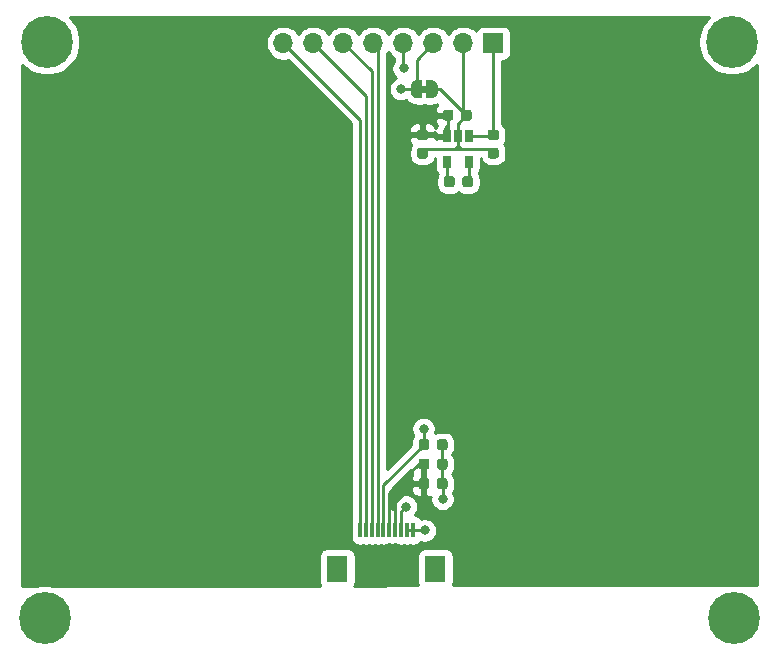
<source format=gbr>
%TF.GenerationSoftware,KiCad,Pcbnew,5.1.7-a382d34a8~88~ubuntu20.04.1*%
%TF.CreationDate,2020-12-22T17:38:33+00:00*%
%TF.ProjectId,DisplayBreakoutBoard,44697370-6c61-4794-9272-65616b6f7574,v1*%
%TF.SameCoordinates,Original*%
%TF.FileFunction,Copper,L1,Top*%
%TF.FilePolarity,Positive*%
%FSLAX46Y46*%
G04 Gerber Fmt 4.6, Leading zero omitted, Abs format (unit mm)*
G04 Created by KiCad (PCBNEW 5.1.7-a382d34a8~88~ubuntu20.04.1) date 2020-12-22 17:38:33*
%MOMM*%
%LPD*%
G01*
G04 APERTURE LIST*
%TA.AperFunction,EtchedComponent*%
%ADD10C,0.100000*%
%TD*%
%TA.AperFunction,ComponentPad*%
%ADD11C,0.700000*%
%TD*%
%TA.AperFunction,ComponentPad*%
%ADD12C,4.400000*%
%TD*%
%TA.AperFunction,SMDPad,CuDef*%
%ADD13R,0.650000X1.060000*%
%TD*%
%TA.AperFunction,ComponentPad*%
%ADD14R,1.700000X1.700000*%
%TD*%
%TA.AperFunction,ComponentPad*%
%ADD15O,1.700000X1.700000*%
%TD*%
%TA.AperFunction,SMDPad,CuDef*%
%ADD16R,1.800000X2.200000*%
%TD*%
%TA.AperFunction,SMDPad,CuDef*%
%ADD17R,0.300000X1.300000*%
%TD*%
%TA.AperFunction,SMDPad,CuDef*%
%ADD18C,0.100000*%
%TD*%
%TA.AperFunction,ViaPad*%
%ADD19C,0.800000*%
%TD*%
%TA.AperFunction,Conductor*%
%ADD20C,0.250000*%
%TD*%
%TA.AperFunction,Conductor*%
%ADD21C,0.254000*%
%TD*%
%TA.AperFunction,Conductor*%
%ADD22C,0.100000*%
%TD*%
G04 APERTURE END LIST*
D10*
%TO.C,JP1*%
G36*
X63200000Y-38450000D02*
G01*
X62700000Y-38450000D01*
X62700000Y-39050000D01*
X63200000Y-39050000D01*
X63200000Y-38450000D01*
G37*
%TD*%
D11*
%TO.P,H4,1*%
%TO.N,N/C*%
X90316726Y-82383274D03*
X89150000Y-81900000D03*
X87983274Y-82383274D03*
X87500000Y-83550000D03*
X87983274Y-84716726D03*
X89150000Y-85200000D03*
X90316726Y-84716726D03*
X90800000Y-83550000D03*
D12*
X89150000Y-83550000D03*
%TD*%
%TO.P,C1,1*%
%TO.N,/GND*%
%TA.AperFunction,SMDPad,CuDef*%
G36*
G01*
X69050000Y-44625000D02*
X68550000Y-44625000D01*
G75*
G02*
X68325000Y-44400000I0J225000D01*
G01*
X68325000Y-43950000D01*
G75*
G02*
X68550000Y-43725000I225000J0D01*
G01*
X69050000Y-43725000D01*
G75*
G02*
X69275000Y-43950000I0J-225000D01*
G01*
X69275000Y-44400000D01*
G75*
G02*
X69050000Y-44625000I-225000J0D01*
G01*
G37*
%TD.AperFunction*%
%TO.P,C1,2*%
%TO.N,/3V3*%
%TA.AperFunction,SMDPad,CuDef*%
G36*
G01*
X69050000Y-43075000D02*
X68550000Y-43075000D01*
G75*
G02*
X68325000Y-42850000I0J225000D01*
G01*
X68325000Y-42400000D01*
G75*
G02*
X68550000Y-42175000I225000J0D01*
G01*
X69050000Y-42175000D01*
G75*
G02*
X69275000Y-42400000I0J-225000D01*
G01*
X69275000Y-42850000D01*
G75*
G02*
X69050000Y-43075000I-225000J0D01*
G01*
G37*
%TD.AperFunction*%
%TD*%
%TO.P,C2,2*%
%TO.N,/5V*%
%TA.AperFunction,SMDPad,CuDef*%
G36*
G01*
X63050000Y-43075000D02*
X62550000Y-43075000D01*
G75*
G02*
X62325000Y-42850000I0J225000D01*
G01*
X62325000Y-42400000D01*
G75*
G02*
X62550000Y-42175000I225000J0D01*
G01*
X63050000Y-42175000D01*
G75*
G02*
X63275000Y-42400000I0J-225000D01*
G01*
X63275000Y-42850000D01*
G75*
G02*
X63050000Y-43075000I-225000J0D01*
G01*
G37*
%TD.AperFunction*%
%TO.P,C2,1*%
%TO.N,/GND*%
%TA.AperFunction,SMDPad,CuDef*%
G36*
G01*
X63050000Y-44625000D02*
X62550000Y-44625000D01*
G75*
G02*
X62325000Y-44400000I0J225000D01*
G01*
X62325000Y-43950000D01*
G75*
G02*
X62550000Y-43725000I225000J0D01*
G01*
X63050000Y-43725000D01*
G75*
G02*
X63275000Y-43950000I0J-225000D01*
G01*
X63275000Y-44400000D01*
G75*
G02*
X63050000Y-44625000I-225000J0D01*
G01*
G37*
%TD.AperFunction*%
%TD*%
%TO.P,C3,1*%
%TO.N,/5V*%
%TA.AperFunction,SMDPad,CuDef*%
G36*
G01*
X64525000Y-41200000D02*
X64525000Y-40700000D01*
G75*
G02*
X64750000Y-40475000I225000J0D01*
G01*
X65200000Y-40475000D01*
G75*
G02*
X65425000Y-40700000I0J-225000D01*
G01*
X65425000Y-41200000D01*
G75*
G02*
X65200000Y-41425000I-225000J0D01*
G01*
X64750000Y-41425000D01*
G75*
G02*
X64525000Y-41200000I0J225000D01*
G01*
G37*
%TD.AperFunction*%
%TO.P,C3,2*%
%TO.N,/GND*%
%TA.AperFunction,SMDPad,CuDef*%
G36*
G01*
X66075000Y-41200000D02*
X66075000Y-40700000D01*
G75*
G02*
X66300000Y-40475000I225000J0D01*
G01*
X66750000Y-40475000D01*
G75*
G02*
X66975000Y-40700000I0J-225000D01*
G01*
X66975000Y-41200000D01*
G75*
G02*
X66750000Y-41425000I-225000J0D01*
G01*
X66300000Y-41425000D01*
G75*
G02*
X66075000Y-41200000I0J225000D01*
G01*
G37*
%TD.AperFunction*%
%TD*%
%TO.P,C4,2*%
%TO.N,Net-(C4-Pad2)*%
%TA.AperFunction,SMDPad,CuDef*%
G36*
G01*
X66175000Y-46825000D02*
X66175000Y-46325000D01*
G75*
G02*
X66400000Y-46100000I225000J0D01*
G01*
X66850000Y-46100000D01*
G75*
G02*
X67075000Y-46325000I0J-225000D01*
G01*
X67075000Y-46825000D01*
G75*
G02*
X66850000Y-47050000I-225000J0D01*
G01*
X66400000Y-47050000D01*
G75*
G02*
X66175000Y-46825000I0J225000D01*
G01*
G37*
%TD.AperFunction*%
%TO.P,C4,1*%
%TO.N,Net-(C4-Pad1)*%
%TA.AperFunction,SMDPad,CuDef*%
G36*
G01*
X64625000Y-46825000D02*
X64625000Y-46325000D01*
G75*
G02*
X64850000Y-46100000I225000J0D01*
G01*
X65300000Y-46100000D01*
G75*
G02*
X65525000Y-46325000I0J-225000D01*
G01*
X65525000Y-46825000D01*
G75*
G02*
X65300000Y-47050000I-225000J0D01*
G01*
X64850000Y-47050000D01*
G75*
G02*
X64625000Y-46825000I0J225000D01*
G01*
G37*
%TD.AperFunction*%
%TD*%
%TO.P,C5,2*%
%TO.N,/DISP*%
%TA.AperFunction,SMDPad,CuDef*%
G36*
G01*
X63375000Y-68600000D02*
X63375000Y-69100000D01*
G75*
G02*
X63150000Y-69325000I-225000J0D01*
G01*
X62700000Y-69325000D01*
G75*
G02*
X62475000Y-69100000I0J225000D01*
G01*
X62475000Y-68600000D01*
G75*
G02*
X62700000Y-68375000I225000J0D01*
G01*
X63150000Y-68375000D01*
G75*
G02*
X63375000Y-68600000I0J-225000D01*
G01*
G37*
%TD.AperFunction*%
%TO.P,C5,1*%
%TO.N,/GND*%
%TA.AperFunction,SMDPad,CuDef*%
G36*
G01*
X64925000Y-68600000D02*
X64925000Y-69100000D01*
G75*
G02*
X64700000Y-69325000I-225000J0D01*
G01*
X64250000Y-69325000D01*
G75*
G02*
X64025000Y-69100000I0J225000D01*
G01*
X64025000Y-68600000D01*
G75*
G02*
X64250000Y-68375000I225000J0D01*
G01*
X64700000Y-68375000D01*
G75*
G02*
X64925000Y-68600000I0J-225000D01*
G01*
G37*
%TD.AperFunction*%
%TD*%
%TO.P,C6,1*%
%TO.N,/5V*%
%TA.AperFunction,SMDPad,CuDef*%
G36*
G01*
X62475000Y-70750000D02*
X62475000Y-70250000D01*
G75*
G02*
X62700000Y-70025000I225000J0D01*
G01*
X63150000Y-70025000D01*
G75*
G02*
X63375000Y-70250000I0J-225000D01*
G01*
X63375000Y-70750000D01*
G75*
G02*
X63150000Y-70975000I-225000J0D01*
G01*
X62700000Y-70975000D01*
G75*
G02*
X62475000Y-70750000I0J225000D01*
G01*
G37*
%TD.AperFunction*%
%TO.P,C6,2*%
%TO.N,/GND*%
%TA.AperFunction,SMDPad,CuDef*%
G36*
G01*
X64025000Y-70750000D02*
X64025000Y-70250000D01*
G75*
G02*
X64250000Y-70025000I225000J0D01*
G01*
X64700000Y-70025000D01*
G75*
G02*
X64925000Y-70250000I0J-225000D01*
G01*
X64925000Y-70750000D01*
G75*
G02*
X64700000Y-70975000I-225000J0D01*
G01*
X64250000Y-70975000D01*
G75*
G02*
X64025000Y-70750000I0J225000D01*
G01*
G37*
%TD.AperFunction*%
%TD*%
%TO.P,C7,1*%
%TO.N,/5V*%
%TA.AperFunction,SMDPad,CuDef*%
G36*
G01*
X62475000Y-72400000D02*
X62475000Y-71900000D01*
G75*
G02*
X62700000Y-71675000I225000J0D01*
G01*
X63150000Y-71675000D01*
G75*
G02*
X63375000Y-71900000I0J-225000D01*
G01*
X63375000Y-72400000D01*
G75*
G02*
X63150000Y-72625000I-225000J0D01*
G01*
X62700000Y-72625000D01*
G75*
G02*
X62475000Y-72400000I0J225000D01*
G01*
G37*
%TD.AperFunction*%
%TO.P,C7,2*%
%TO.N,/GND*%
%TA.AperFunction,SMDPad,CuDef*%
G36*
G01*
X64025000Y-72400000D02*
X64025000Y-71900000D01*
G75*
G02*
X64250000Y-71675000I225000J0D01*
G01*
X64700000Y-71675000D01*
G75*
G02*
X64925000Y-71900000I0J-225000D01*
G01*
X64925000Y-72400000D01*
G75*
G02*
X64700000Y-72625000I-225000J0D01*
G01*
X64250000Y-72625000D01*
G75*
G02*
X64025000Y-72400000I0J225000D01*
G01*
G37*
%TD.AperFunction*%
%TD*%
D13*
%TO.P,IC1,1*%
%TO.N,/3V3*%
X66750000Y-42725000D03*
%TO.P,IC1,2*%
%TO.N,/GND*%
X65800000Y-42725000D03*
%TO.P,IC1,3*%
%TO.N,/5V*%
X64850000Y-42725000D03*
%TO.P,IC1,4*%
%TO.N,Net-(C4-Pad1)*%
X64850000Y-44925000D03*
%TO.P,IC1,5*%
%TO.N,Net-(C4-Pad2)*%
X66750000Y-44925000D03*
%TD*%
D14*
%TO.P,J1,1*%
%TO.N,/3V3*%
X68800000Y-34850000D03*
D15*
%TO.P,J1,2*%
%TO.N,/GND*%
X66260000Y-34850000D03*
%TO.P,J1,3*%
%TO.N,/EXTMODE*%
X63720000Y-34850000D03*
%TO.P,J1,4*%
%TO.N,/DISP*%
X61180000Y-34850000D03*
%TO.P,J1,5*%
%TO.N,/EXTCOMIN*%
X58640000Y-34850000D03*
%TO.P,J1,6*%
%TO.N,/SCS*%
X56100000Y-34850000D03*
%TO.P,J1,7*%
%TO.N,/SI*%
X53560000Y-34850000D03*
%TO.P,J1,8*%
%TO.N,/SCLK*%
X51020000Y-34850000D03*
%TD*%
D16*
%TO.P,J2,12*%
%TO.N,N/C*%
X63900000Y-79350000D03*
%TO.P,J2,11*%
X55600000Y-79350000D03*
D17*
%TO.P,J2,10*%
%TO.N,/GND*%
X62000000Y-76100000D03*
%TO.P,J2,9*%
X61500000Y-76100000D03*
%TO.P,J2,8*%
%TO.N,/EXTMODE*%
X61000000Y-76100000D03*
%TO.P,J2,7*%
%TO.N,/5V*%
X60500000Y-76100000D03*
%TO.P,J2,6*%
X60000000Y-76100000D03*
%TO.P,J2,5*%
%TO.N,/DISP*%
X59500000Y-76100000D03*
%TO.P,J2,4*%
%TO.N,/EXTCOMIN*%
X59000000Y-76100000D03*
%TO.P,J2,3*%
%TO.N,/SCS*%
X58500000Y-76100000D03*
%TO.P,J2,2*%
%TO.N,/SI*%
X58000000Y-76100000D03*
%TO.P,J2,1*%
%TO.N,/SCLK*%
X57500000Y-76100000D03*
%TD*%
%TA.AperFunction,SMDPad,CuDef*%
D18*
%TO.P,JP1,2*%
%TO.N,/GND*%
G36*
X63600000Y-38000602D02*
G01*
X63624534Y-38000602D01*
X63673365Y-38005412D01*
X63721490Y-38014984D01*
X63768445Y-38029228D01*
X63813778Y-38048005D01*
X63857051Y-38071136D01*
X63897850Y-38098396D01*
X63935779Y-38129524D01*
X63970476Y-38164221D01*
X64001604Y-38202150D01*
X64028864Y-38242949D01*
X64051995Y-38286222D01*
X64070772Y-38331555D01*
X64085016Y-38378510D01*
X64094588Y-38426635D01*
X64099398Y-38475466D01*
X64099398Y-38500000D01*
X64100000Y-38500000D01*
X64100000Y-39000000D01*
X64099398Y-39000000D01*
X64099398Y-39024534D01*
X64094588Y-39073365D01*
X64085016Y-39121490D01*
X64070772Y-39168445D01*
X64051995Y-39213778D01*
X64028864Y-39257051D01*
X64001604Y-39297850D01*
X63970476Y-39335779D01*
X63935779Y-39370476D01*
X63897850Y-39401604D01*
X63857051Y-39428864D01*
X63813778Y-39451995D01*
X63768445Y-39470772D01*
X63721490Y-39485016D01*
X63673365Y-39494588D01*
X63624534Y-39499398D01*
X63600000Y-39499398D01*
X63600000Y-39500000D01*
X63100000Y-39500000D01*
X63100000Y-38000000D01*
X63600000Y-38000000D01*
X63600000Y-38000602D01*
G37*
%TD.AperFunction*%
%TA.AperFunction,SMDPad,CuDef*%
%TO.P,JP1,1*%
%TO.N,/EXTMODE*%
G36*
X62800000Y-39500000D02*
G01*
X62300000Y-39500000D01*
X62300000Y-39499398D01*
X62275466Y-39499398D01*
X62226635Y-39494588D01*
X62178510Y-39485016D01*
X62131555Y-39470772D01*
X62086222Y-39451995D01*
X62042949Y-39428864D01*
X62002150Y-39401604D01*
X61964221Y-39370476D01*
X61929524Y-39335779D01*
X61898396Y-39297850D01*
X61871136Y-39257051D01*
X61848005Y-39213778D01*
X61829228Y-39168445D01*
X61814984Y-39121490D01*
X61805412Y-39073365D01*
X61800602Y-39024534D01*
X61800602Y-39000000D01*
X61800000Y-39000000D01*
X61800000Y-38500000D01*
X61800602Y-38500000D01*
X61800602Y-38475466D01*
X61805412Y-38426635D01*
X61814984Y-38378510D01*
X61829228Y-38331555D01*
X61848005Y-38286222D01*
X61871136Y-38242949D01*
X61898396Y-38202150D01*
X61929524Y-38164221D01*
X61964221Y-38129524D01*
X62002150Y-38098396D01*
X62042949Y-38071136D01*
X62086222Y-38048005D01*
X62131555Y-38029228D01*
X62178510Y-38014984D01*
X62226635Y-38005412D01*
X62275466Y-38000602D01*
X62300000Y-38000602D01*
X62300000Y-38000000D01*
X62800000Y-38000000D01*
X62800000Y-39500000D01*
G37*
%TD.AperFunction*%
%TD*%
D12*
%TO.P,H1,1*%
%TO.N,N/C*%
X31000000Y-34750000D03*
D11*
X32650000Y-34750000D03*
X32166726Y-35916726D03*
X31000000Y-36400000D03*
X29833274Y-35916726D03*
X29350000Y-34750000D03*
X29833274Y-33583274D03*
X31000000Y-33100000D03*
X32166726Y-33583274D03*
%TD*%
%TO.P,H2,1*%
%TO.N,N/C*%
X90166726Y-33583274D03*
X89000000Y-33100000D03*
X87833274Y-33583274D03*
X87350000Y-34750000D03*
X87833274Y-35916726D03*
X89000000Y-36400000D03*
X90166726Y-35916726D03*
X90650000Y-34750000D03*
D12*
X89000000Y-34750000D03*
%TD*%
%TO.P,H3,1*%
%TO.N,N/C*%
X30800000Y-83550000D03*
D11*
X32450000Y-83550000D03*
X31966726Y-84716726D03*
X30800000Y-85200000D03*
X29633274Y-84716726D03*
X29150000Y-83550000D03*
X29633274Y-82383274D03*
X30800000Y-81900000D03*
X31966726Y-82383274D03*
%TD*%
D19*
%TO.N,/GND*%
X63000000Y-76100000D03*
X64500000Y-73450000D03*
%TO.N,/DISP*%
X61200000Y-37000000D03*
X62900000Y-67500000D03*
%TO.N,/EXTMODE*%
X61400000Y-74100000D03*
X61000000Y-38750000D03*
%TD*%
D20*
%TO.N,/GND*%
X61500000Y-76100000D02*
X62000000Y-76100000D01*
X64475000Y-68850000D02*
X64475000Y-70500000D01*
X64475000Y-70500000D02*
X64475000Y-72150000D01*
X62000000Y-76100000D02*
X63000000Y-76100000D01*
X64500000Y-72175000D02*
X64475000Y-72150000D01*
X64500000Y-73450000D02*
X64500000Y-72175000D01*
X66260000Y-36990000D02*
X66250000Y-37000000D01*
X66260000Y-34850000D02*
X66260000Y-36990000D01*
X68800000Y-44175000D02*
X68425000Y-43800000D01*
X66095000Y-43800000D02*
X65800000Y-43505000D01*
X65800000Y-43505000D02*
X65800000Y-42725000D01*
X68425000Y-43800000D02*
X66095000Y-43800000D01*
X62800000Y-44175000D02*
X63175000Y-43800000D01*
X65800000Y-43575000D02*
X65575000Y-43800000D01*
X65800000Y-43505000D02*
X65800000Y-43575000D01*
X65575000Y-43800000D02*
X66095000Y-43800000D01*
X63175000Y-43800000D02*
X65575000Y-43800000D01*
X65800000Y-41675000D02*
X66525000Y-40950000D01*
X65800000Y-42725000D02*
X65800000Y-41675000D01*
X66260000Y-40685000D02*
X66525000Y-40950000D01*
X66260000Y-36990000D02*
X66260000Y-40685000D01*
X64325000Y-38750000D02*
X66525000Y-40950000D01*
X63600000Y-38750000D02*
X64325000Y-38750000D01*
%TO.N,/3V3*%
X68700000Y-42725000D02*
X68800000Y-42625000D01*
X66750000Y-42725000D02*
X68700000Y-42725000D01*
X68800000Y-34850000D02*
X68800000Y-42625000D01*
%TO.N,/5V*%
X60000000Y-72975000D02*
X60000000Y-76100000D01*
X62475000Y-70500000D02*
X60000000Y-72975000D01*
X62925000Y-70500000D02*
X62475000Y-70500000D01*
X60500000Y-73726998D02*
X60500000Y-76100000D01*
X62076998Y-72150000D02*
X60500000Y-73726998D01*
X62925000Y-72150000D02*
X62076998Y-72150000D01*
X62900000Y-42725000D02*
X62800000Y-42625000D01*
X64850000Y-42725000D02*
X62900000Y-42725000D01*
X64975000Y-42600000D02*
X64850000Y-42725000D01*
X64975000Y-40950000D02*
X64975000Y-42600000D01*
%TO.N,Net-(C4-Pad2)*%
X66750000Y-46450000D02*
X66625000Y-46575000D01*
X66750000Y-44925000D02*
X66750000Y-46450000D01*
%TO.N,Net-(C4-Pad1)*%
X64850000Y-46350000D02*
X65075000Y-46575000D01*
X64850000Y-44925000D02*
X64850000Y-46350000D01*
%TO.N,/DISP*%
X61180000Y-36980000D02*
X61200000Y-37000000D01*
X61180000Y-34850000D02*
X61180000Y-36980000D01*
X62900000Y-68825000D02*
X62925000Y-68850000D01*
X62900000Y-67500000D02*
X62900000Y-68825000D01*
X59500000Y-72275000D02*
X59500000Y-76100000D01*
X62925000Y-68850000D02*
X59500000Y-72275000D01*
%TO.N,/EXTMODE*%
X61000000Y-38750000D02*
X62300000Y-38750000D01*
X62300000Y-36270000D02*
X62300000Y-38750000D01*
X63720000Y-34850000D02*
X62300000Y-36270000D01*
X61000000Y-74500000D02*
X61400000Y-74100000D01*
X61000000Y-76100000D02*
X61000000Y-74500000D01*
%TO.N,/EXTCOMIN*%
X59000000Y-35210000D02*
X59000000Y-76100000D01*
X58640000Y-34850000D02*
X59000000Y-35210000D01*
%TO.N,/SCS*%
X58500000Y-37250000D02*
X58500000Y-76100000D01*
X56100000Y-34850000D02*
X58500000Y-37250000D01*
%TO.N,/SI*%
X53560000Y-34850000D02*
X58000000Y-39290000D01*
X58000000Y-39290000D02*
X58000000Y-76100000D01*
%TO.N,/SCLK*%
X51020000Y-34850000D02*
X57500000Y-41330000D01*
X57500000Y-75900000D02*
X57500000Y-76100000D01*
X57500000Y-41330000D02*
X57500000Y-75900000D01*
%TD*%
D21*
%TO.N,/5V*%
X86797912Y-32942793D02*
X86487656Y-33407124D01*
X86273948Y-33923061D01*
X86165000Y-34470777D01*
X86165000Y-35029223D01*
X86273948Y-35576939D01*
X86487656Y-36092876D01*
X86797912Y-36557207D01*
X87192793Y-36952088D01*
X87657124Y-37262344D01*
X88173061Y-37476052D01*
X88720777Y-37585000D01*
X89279223Y-37585000D01*
X89826939Y-37476052D01*
X90342876Y-37262344D01*
X90807207Y-36952088D01*
X91090001Y-36669294D01*
X91090000Y-80723651D01*
X89485528Y-80726200D01*
X89429223Y-80715000D01*
X88870777Y-80715000D01*
X88809070Y-80727274D01*
X65351894Y-80764538D01*
X65389502Y-80694180D01*
X65425812Y-80574482D01*
X65438072Y-80450000D01*
X65438072Y-78250000D01*
X65425812Y-78125518D01*
X65389502Y-78005820D01*
X65330537Y-77895506D01*
X65251185Y-77798815D01*
X65154494Y-77719463D01*
X65044180Y-77660498D01*
X64924482Y-77624188D01*
X64800000Y-77611928D01*
X63000000Y-77611928D01*
X62875518Y-77624188D01*
X62755820Y-77660498D01*
X62645506Y-77719463D01*
X62548815Y-77798815D01*
X62469463Y-77895506D01*
X62410498Y-78005820D01*
X62374188Y-78125518D01*
X62361928Y-78250000D01*
X62361928Y-80450000D01*
X62374188Y-80574482D01*
X62410498Y-80694180D01*
X62450569Y-80769147D01*
X57044841Y-80777734D01*
X57089502Y-80694180D01*
X57125812Y-80574482D01*
X57138072Y-80450000D01*
X57138072Y-78250000D01*
X57125812Y-78125518D01*
X57089502Y-78005820D01*
X57030537Y-77895506D01*
X56951185Y-77798815D01*
X56854494Y-77719463D01*
X56744180Y-77660498D01*
X56624482Y-77624188D01*
X56500000Y-77611928D01*
X54700000Y-77611928D01*
X54575518Y-77624188D01*
X54455820Y-77660498D01*
X54345506Y-77719463D01*
X54248815Y-77798815D01*
X54169463Y-77895506D01*
X54110498Y-78005820D01*
X54074188Y-78125518D01*
X54061928Y-78250000D01*
X54061928Y-80450000D01*
X54074188Y-80574482D01*
X54110498Y-80694180D01*
X54157611Y-80782321D01*
X31597832Y-80818158D01*
X31079223Y-80715000D01*
X30520777Y-80715000D01*
X29989322Y-80820713D01*
X28910000Y-80822428D01*
X28910000Y-36669295D01*
X29192793Y-36952088D01*
X29657124Y-37262344D01*
X30173061Y-37476052D01*
X30720777Y-37585000D01*
X31279223Y-37585000D01*
X31826939Y-37476052D01*
X32342876Y-37262344D01*
X32807207Y-36952088D01*
X33202088Y-36557207D01*
X33512344Y-36092876D01*
X33726052Y-35576939D01*
X33835000Y-35029223D01*
X33835000Y-34703740D01*
X49535000Y-34703740D01*
X49535000Y-34996260D01*
X49592068Y-35283158D01*
X49704010Y-35553411D01*
X49866525Y-35796632D01*
X50073368Y-36003475D01*
X50316589Y-36165990D01*
X50586842Y-36277932D01*
X50873740Y-36335000D01*
X51166260Y-36335000D01*
X51386408Y-36291209D01*
X56740000Y-41644802D01*
X56740001Y-75273390D01*
X56724188Y-75325518D01*
X56711928Y-75450000D01*
X56711928Y-76750000D01*
X56724188Y-76874482D01*
X56760498Y-76994180D01*
X56819463Y-77104494D01*
X56898815Y-77201185D01*
X56995506Y-77280537D01*
X57105820Y-77339502D01*
X57225518Y-77375812D01*
X57350000Y-77388072D01*
X57650000Y-77388072D01*
X57750000Y-77378223D01*
X57850000Y-77388072D01*
X58150000Y-77388072D01*
X58250000Y-77378223D01*
X58350000Y-77388072D01*
X58650000Y-77388072D01*
X58750000Y-77378223D01*
X58850000Y-77388072D01*
X59150000Y-77388072D01*
X59250000Y-77378223D01*
X59350000Y-77388072D01*
X59650000Y-77388072D01*
X59753465Y-77377882D01*
X59818250Y-77385000D01*
X59850497Y-77352753D01*
X59894180Y-77339502D01*
X60000899Y-77282458D01*
X60096182Y-77335416D01*
X60149205Y-77352455D01*
X60181750Y-77385000D01*
X60250000Y-77377501D01*
X60318250Y-77385000D01*
X60350795Y-77352455D01*
X60403818Y-77335416D01*
X60499101Y-77282458D01*
X60605820Y-77339502D01*
X60649503Y-77352753D01*
X60681750Y-77385000D01*
X60746535Y-77377882D01*
X60850000Y-77388072D01*
X61150000Y-77388072D01*
X61250000Y-77378223D01*
X61350000Y-77388072D01*
X61650000Y-77388072D01*
X61750000Y-77378223D01*
X61850000Y-77388072D01*
X62150000Y-77388072D01*
X62274482Y-77375812D01*
X62394180Y-77339502D01*
X62504494Y-77280537D01*
X62601185Y-77201185D01*
X62680537Y-77104494D01*
X62687777Y-77090949D01*
X62698102Y-77095226D01*
X62898061Y-77135000D01*
X63101939Y-77135000D01*
X63301898Y-77095226D01*
X63490256Y-77017205D01*
X63659774Y-76903937D01*
X63803937Y-76759774D01*
X63917205Y-76590256D01*
X63995226Y-76401898D01*
X64035000Y-76201939D01*
X64035000Y-75998061D01*
X63995226Y-75798102D01*
X63917205Y-75609744D01*
X63803937Y-75440226D01*
X63659774Y-75296063D01*
X63490256Y-75182795D01*
X63301898Y-75104774D01*
X63101939Y-75065000D01*
X62898061Y-75065000D01*
X62698102Y-75104774D01*
X62687777Y-75109051D01*
X62680537Y-75095506D01*
X62601185Y-74998815D01*
X62504494Y-74919463D01*
X62394180Y-74860498D01*
X62274482Y-74824188D01*
X62151623Y-74812088D01*
X62203937Y-74759774D01*
X62317205Y-74590256D01*
X62395226Y-74401898D01*
X62435000Y-74201939D01*
X62435000Y-73998061D01*
X62395226Y-73798102D01*
X62317205Y-73609744D01*
X62203937Y-73440226D01*
X62059774Y-73296063D01*
X61890256Y-73182795D01*
X61701898Y-73104774D01*
X61501939Y-73065000D01*
X61298061Y-73065000D01*
X61098102Y-73104774D01*
X60909744Y-73182795D01*
X60740226Y-73296063D01*
X60596063Y-73440226D01*
X60482795Y-73609744D01*
X60404774Y-73798102D01*
X60365000Y-73998061D01*
X60365000Y-74075773D01*
X60294454Y-74207754D01*
X60260000Y-74321338D01*
X60260000Y-72625000D01*
X61836928Y-72625000D01*
X61849188Y-72749482D01*
X61885498Y-72869180D01*
X61944463Y-72979494D01*
X62023815Y-73076185D01*
X62120506Y-73155537D01*
X62230820Y-73214502D01*
X62350518Y-73250812D01*
X62475000Y-73263072D01*
X62639250Y-73260000D01*
X62798000Y-73101250D01*
X62798000Y-72277000D01*
X61998750Y-72277000D01*
X61840000Y-72435750D01*
X61836928Y-72625000D01*
X60260000Y-72625000D01*
X60260000Y-72589801D01*
X61840324Y-71009478D01*
X61849188Y-71099482D01*
X61885498Y-71219180D01*
X61942061Y-71325000D01*
X61885498Y-71430820D01*
X61849188Y-71550518D01*
X61836928Y-71675000D01*
X61840000Y-71864250D01*
X61998750Y-72023000D01*
X62798000Y-72023000D01*
X62798000Y-70627000D01*
X62778000Y-70627000D01*
X62778000Y-70373000D01*
X62798000Y-70373000D01*
X62798000Y-70353000D01*
X63052000Y-70353000D01*
X63052000Y-70373000D01*
X63072000Y-70373000D01*
X63072000Y-70627000D01*
X63052000Y-70627000D01*
X63052000Y-72023000D01*
X63072000Y-72023000D01*
X63072000Y-72277000D01*
X63052000Y-72277000D01*
X63052000Y-73101250D01*
X63210750Y-73260000D01*
X63375000Y-73263072D01*
X63484041Y-73252333D01*
X63465000Y-73348061D01*
X63465000Y-73551939D01*
X63504774Y-73751898D01*
X63582795Y-73940256D01*
X63696063Y-74109774D01*
X63840226Y-74253937D01*
X64009744Y-74367205D01*
X64198102Y-74445226D01*
X64398061Y-74485000D01*
X64601939Y-74485000D01*
X64801898Y-74445226D01*
X64990256Y-74367205D01*
X65159774Y-74253937D01*
X65303937Y-74109774D01*
X65417205Y-73940256D01*
X65495226Y-73751898D01*
X65535000Y-73551939D01*
X65535000Y-73348061D01*
X65495226Y-73148102D01*
X65417205Y-72959744D01*
X65387835Y-72915788D01*
X65417618Y-72879497D01*
X65497375Y-72730283D01*
X65546488Y-72568377D01*
X65563072Y-72400000D01*
X65563072Y-71900000D01*
X65546488Y-71731623D01*
X65497375Y-71569717D01*
X65417618Y-71420503D01*
X65339241Y-71325000D01*
X65417618Y-71229497D01*
X65497375Y-71080283D01*
X65546488Y-70918377D01*
X65563072Y-70750000D01*
X65563072Y-70250000D01*
X65546488Y-70081623D01*
X65497375Y-69919717D01*
X65417618Y-69770503D01*
X65339241Y-69675000D01*
X65417618Y-69579497D01*
X65497375Y-69430283D01*
X65546488Y-69268377D01*
X65563072Y-69100000D01*
X65563072Y-68600000D01*
X65546488Y-68431623D01*
X65497375Y-68269717D01*
X65417618Y-68120503D01*
X65310284Y-67989716D01*
X65179497Y-67882382D01*
X65030283Y-67802625D01*
X64868377Y-67753512D01*
X64700000Y-67736928D01*
X64250000Y-67736928D01*
X64081623Y-67753512D01*
X63919717Y-67802625D01*
X63887875Y-67819645D01*
X63895226Y-67801898D01*
X63935000Y-67601939D01*
X63935000Y-67398061D01*
X63895226Y-67198102D01*
X63817205Y-67009744D01*
X63703937Y-66840226D01*
X63559774Y-66696063D01*
X63390256Y-66582795D01*
X63201898Y-66504774D01*
X63001939Y-66465000D01*
X62798061Y-66465000D01*
X62598102Y-66504774D01*
X62409744Y-66582795D01*
X62240226Y-66696063D01*
X62096063Y-66840226D01*
X61982795Y-67009744D01*
X61904774Y-67198102D01*
X61865000Y-67398061D01*
X61865000Y-67601939D01*
X61904774Y-67801898D01*
X61982795Y-67990256D01*
X62030581Y-68061773D01*
X61982382Y-68120503D01*
X61902625Y-68269717D01*
X61853512Y-68431623D01*
X61836928Y-68600000D01*
X61836928Y-68863269D01*
X59760000Y-70940199D01*
X59760000Y-42175000D01*
X61686928Y-42175000D01*
X61690000Y-42339250D01*
X61848750Y-42498000D01*
X62673000Y-42498000D01*
X62673000Y-41698750D01*
X62514250Y-41540000D01*
X62325000Y-41536928D01*
X62200518Y-41549188D01*
X62080820Y-41585498D01*
X61970506Y-41644463D01*
X61873815Y-41723815D01*
X61794463Y-41820506D01*
X61735498Y-41930820D01*
X61699188Y-42050518D01*
X61686928Y-42175000D01*
X59760000Y-42175000D01*
X59760000Y-35830107D01*
X59793475Y-35796632D01*
X59910000Y-35622240D01*
X60026525Y-35796632D01*
X60233368Y-36003475D01*
X60420001Y-36128179D01*
X60420001Y-36316288D01*
X60396063Y-36340226D01*
X60282795Y-36509744D01*
X60204774Y-36698102D01*
X60165000Y-36898061D01*
X60165000Y-37101939D01*
X60204774Y-37301898D01*
X60282795Y-37490256D01*
X60396063Y-37659774D01*
X60540226Y-37803937D01*
X60555222Y-37813957D01*
X60509744Y-37832795D01*
X60340226Y-37946063D01*
X60196063Y-38090226D01*
X60082795Y-38259744D01*
X60004774Y-38448102D01*
X59965000Y-38648061D01*
X59965000Y-38851939D01*
X60004774Y-39051898D01*
X60082795Y-39240256D01*
X60196063Y-39409774D01*
X60340226Y-39553937D01*
X60509744Y-39667205D01*
X60698102Y-39745226D01*
X60898061Y-39785000D01*
X61101939Y-39785000D01*
X61301898Y-39745226D01*
X61407432Y-39701512D01*
X61462310Y-39768382D01*
X61531618Y-39837690D01*
X61628309Y-39917042D01*
X61709808Y-39971498D01*
X61820125Y-40030464D01*
X61910681Y-40067973D01*
X62030377Y-40104282D01*
X62126510Y-40123404D01*
X62250991Y-40135664D01*
X62275550Y-40135664D01*
X62300000Y-40138072D01*
X62800000Y-40138072D01*
X62924482Y-40125812D01*
X62950000Y-40118071D01*
X62975518Y-40125812D01*
X63100000Y-40138072D01*
X63600000Y-40138072D01*
X63624450Y-40135664D01*
X63649009Y-40135664D01*
X63773490Y-40123404D01*
X63869623Y-40104282D01*
X63989319Y-40067973D01*
X64062427Y-40037691D01*
X63994463Y-40120506D01*
X63935498Y-40230820D01*
X63899188Y-40350518D01*
X63886928Y-40475000D01*
X63890000Y-40664250D01*
X64048750Y-40823000D01*
X64848000Y-40823000D01*
X64848000Y-40803000D01*
X65102000Y-40803000D01*
X65102000Y-40823000D01*
X65122000Y-40823000D01*
X65122000Y-41077000D01*
X65102000Y-41077000D01*
X65102000Y-41097000D01*
X64848000Y-41097000D01*
X64848000Y-41077000D01*
X64048750Y-41077000D01*
X63890000Y-41235750D01*
X63886928Y-41425000D01*
X63899188Y-41549482D01*
X63935498Y-41669180D01*
X63994463Y-41779494D01*
X64019499Y-41810000D01*
X63994463Y-41840506D01*
X63935498Y-41950820D01*
X63901901Y-42061575D01*
X63900812Y-42050518D01*
X63864502Y-41930820D01*
X63805537Y-41820506D01*
X63726185Y-41723815D01*
X63629494Y-41644463D01*
X63519180Y-41585498D01*
X63399482Y-41549188D01*
X63275000Y-41536928D01*
X63085750Y-41540000D01*
X62927000Y-41698750D01*
X62927000Y-42498000D01*
X63751250Y-42498000D01*
X63889006Y-42360244D01*
X63890000Y-42439250D01*
X64048750Y-42598000D01*
X64723000Y-42598000D01*
X64723000Y-42026250D01*
X64847998Y-41901252D01*
X64847998Y-42060000D01*
X64852379Y-42060000D01*
X64849188Y-42070518D01*
X64836928Y-42195000D01*
X64836928Y-42872000D01*
X64723000Y-42872000D01*
X64723000Y-42852000D01*
X64048750Y-42852000D01*
X63911469Y-42989281D01*
X63910000Y-42910750D01*
X63751250Y-42752000D01*
X62927000Y-42752000D01*
X62927000Y-42772000D01*
X62673000Y-42772000D01*
X62673000Y-42752000D01*
X61848750Y-42752000D01*
X61690000Y-42910750D01*
X61686928Y-43075000D01*
X61699188Y-43199482D01*
X61735498Y-43319180D01*
X61794463Y-43429494D01*
X61830700Y-43473649D01*
X61752625Y-43619717D01*
X61703512Y-43781623D01*
X61686928Y-43950000D01*
X61686928Y-44400000D01*
X61703512Y-44568377D01*
X61752625Y-44730283D01*
X61832382Y-44879497D01*
X61939716Y-45010284D01*
X62070503Y-45117618D01*
X62219717Y-45197375D01*
X62381623Y-45246488D01*
X62550000Y-45263072D01*
X63050000Y-45263072D01*
X63218377Y-45246488D01*
X63380283Y-45197375D01*
X63529497Y-45117618D01*
X63660284Y-45010284D01*
X63767618Y-44879497D01*
X63847375Y-44730283D01*
X63886928Y-44599893D01*
X63886928Y-45455000D01*
X63899188Y-45579482D01*
X63935498Y-45699180D01*
X63994463Y-45809494D01*
X64073815Y-45906185D01*
X64090001Y-45919468D01*
X64090001Y-45924792D01*
X64052625Y-45994717D01*
X64003512Y-46156623D01*
X63986928Y-46325000D01*
X63986928Y-46825000D01*
X64003512Y-46993377D01*
X64052625Y-47155283D01*
X64132382Y-47304497D01*
X64239716Y-47435284D01*
X64370503Y-47542618D01*
X64519717Y-47622375D01*
X64681623Y-47671488D01*
X64850000Y-47688072D01*
X65300000Y-47688072D01*
X65468377Y-47671488D01*
X65630283Y-47622375D01*
X65779497Y-47542618D01*
X65850000Y-47484758D01*
X65920503Y-47542618D01*
X66069717Y-47622375D01*
X66231623Y-47671488D01*
X66400000Y-47688072D01*
X66850000Y-47688072D01*
X67018377Y-47671488D01*
X67180283Y-47622375D01*
X67329497Y-47542618D01*
X67460284Y-47435284D01*
X67567618Y-47304497D01*
X67647375Y-47155283D01*
X67696488Y-46993377D01*
X67713072Y-46825000D01*
X67713072Y-46325000D01*
X67696488Y-46156623D01*
X67647375Y-45994717D01*
X67570918Y-45851677D01*
X67605537Y-45809494D01*
X67664502Y-45699180D01*
X67700812Y-45579482D01*
X67713072Y-45455000D01*
X67713072Y-44599893D01*
X67752625Y-44730283D01*
X67832382Y-44879497D01*
X67939716Y-45010284D01*
X68070503Y-45117618D01*
X68219717Y-45197375D01*
X68381623Y-45246488D01*
X68550000Y-45263072D01*
X69050000Y-45263072D01*
X69218377Y-45246488D01*
X69380283Y-45197375D01*
X69529497Y-45117618D01*
X69660284Y-45010284D01*
X69767618Y-44879497D01*
X69847375Y-44730283D01*
X69896488Y-44568377D01*
X69913072Y-44400000D01*
X69913072Y-43950000D01*
X69896488Y-43781623D01*
X69847375Y-43619717D01*
X69767618Y-43470503D01*
X69709758Y-43400000D01*
X69767618Y-43329497D01*
X69847375Y-43180283D01*
X69896488Y-43018377D01*
X69913072Y-42850000D01*
X69913072Y-42400000D01*
X69896488Y-42231623D01*
X69847375Y-42069717D01*
X69767618Y-41920503D01*
X69660284Y-41789716D01*
X69560000Y-41707415D01*
X69560000Y-36338072D01*
X69650000Y-36338072D01*
X69774482Y-36325812D01*
X69894180Y-36289502D01*
X70004494Y-36230537D01*
X70101185Y-36151185D01*
X70180537Y-36054494D01*
X70239502Y-35944180D01*
X70275812Y-35824482D01*
X70288072Y-35700000D01*
X70288072Y-34000000D01*
X70275812Y-33875518D01*
X70239502Y-33755820D01*
X70180537Y-33645506D01*
X70101185Y-33548815D01*
X70004494Y-33469463D01*
X69894180Y-33410498D01*
X69774482Y-33374188D01*
X69650000Y-33361928D01*
X67950000Y-33361928D01*
X67825518Y-33374188D01*
X67705820Y-33410498D01*
X67595506Y-33469463D01*
X67498815Y-33548815D01*
X67419463Y-33645506D01*
X67360498Y-33755820D01*
X67338487Y-33828380D01*
X67206632Y-33696525D01*
X66963411Y-33534010D01*
X66693158Y-33422068D01*
X66406260Y-33365000D01*
X66113740Y-33365000D01*
X65826842Y-33422068D01*
X65556589Y-33534010D01*
X65313368Y-33696525D01*
X65106525Y-33903368D01*
X64990000Y-34077760D01*
X64873475Y-33903368D01*
X64666632Y-33696525D01*
X64423411Y-33534010D01*
X64153158Y-33422068D01*
X63866260Y-33365000D01*
X63573740Y-33365000D01*
X63286842Y-33422068D01*
X63016589Y-33534010D01*
X62773368Y-33696525D01*
X62566525Y-33903368D01*
X62450000Y-34077760D01*
X62333475Y-33903368D01*
X62126632Y-33696525D01*
X61883411Y-33534010D01*
X61613158Y-33422068D01*
X61326260Y-33365000D01*
X61033740Y-33365000D01*
X60746842Y-33422068D01*
X60476589Y-33534010D01*
X60233368Y-33696525D01*
X60026525Y-33903368D01*
X59910000Y-34077760D01*
X59793475Y-33903368D01*
X59586632Y-33696525D01*
X59343411Y-33534010D01*
X59073158Y-33422068D01*
X58786260Y-33365000D01*
X58493740Y-33365000D01*
X58206842Y-33422068D01*
X57936589Y-33534010D01*
X57693368Y-33696525D01*
X57486525Y-33903368D01*
X57370000Y-34077760D01*
X57253475Y-33903368D01*
X57046632Y-33696525D01*
X56803411Y-33534010D01*
X56533158Y-33422068D01*
X56246260Y-33365000D01*
X55953740Y-33365000D01*
X55666842Y-33422068D01*
X55396589Y-33534010D01*
X55153368Y-33696525D01*
X54946525Y-33903368D01*
X54830000Y-34077760D01*
X54713475Y-33903368D01*
X54506632Y-33696525D01*
X54263411Y-33534010D01*
X53993158Y-33422068D01*
X53706260Y-33365000D01*
X53413740Y-33365000D01*
X53126842Y-33422068D01*
X52856589Y-33534010D01*
X52613368Y-33696525D01*
X52406525Y-33903368D01*
X52290000Y-34077760D01*
X52173475Y-33903368D01*
X51966632Y-33696525D01*
X51723411Y-33534010D01*
X51453158Y-33422068D01*
X51166260Y-33365000D01*
X50873740Y-33365000D01*
X50586842Y-33422068D01*
X50316589Y-33534010D01*
X50073368Y-33696525D01*
X49866525Y-33903368D01*
X49704010Y-34146589D01*
X49592068Y-34416842D01*
X49535000Y-34703740D01*
X33835000Y-34703740D01*
X33835000Y-34470777D01*
X33726052Y-33923061D01*
X33512344Y-33407124D01*
X33202088Y-32942793D01*
X32919295Y-32660000D01*
X87080705Y-32660000D01*
X86797912Y-32942793D01*
%TA.AperFunction,Conductor*%
D22*
G36*
X86797912Y-32942793D02*
G01*
X86487656Y-33407124D01*
X86273948Y-33923061D01*
X86165000Y-34470777D01*
X86165000Y-35029223D01*
X86273948Y-35576939D01*
X86487656Y-36092876D01*
X86797912Y-36557207D01*
X87192793Y-36952088D01*
X87657124Y-37262344D01*
X88173061Y-37476052D01*
X88720777Y-37585000D01*
X89279223Y-37585000D01*
X89826939Y-37476052D01*
X90342876Y-37262344D01*
X90807207Y-36952088D01*
X91090001Y-36669294D01*
X91090000Y-80723651D01*
X89485528Y-80726200D01*
X89429223Y-80715000D01*
X88870777Y-80715000D01*
X88809070Y-80727274D01*
X65351894Y-80764538D01*
X65389502Y-80694180D01*
X65425812Y-80574482D01*
X65438072Y-80450000D01*
X65438072Y-78250000D01*
X65425812Y-78125518D01*
X65389502Y-78005820D01*
X65330537Y-77895506D01*
X65251185Y-77798815D01*
X65154494Y-77719463D01*
X65044180Y-77660498D01*
X64924482Y-77624188D01*
X64800000Y-77611928D01*
X63000000Y-77611928D01*
X62875518Y-77624188D01*
X62755820Y-77660498D01*
X62645506Y-77719463D01*
X62548815Y-77798815D01*
X62469463Y-77895506D01*
X62410498Y-78005820D01*
X62374188Y-78125518D01*
X62361928Y-78250000D01*
X62361928Y-80450000D01*
X62374188Y-80574482D01*
X62410498Y-80694180D01*
X62450569Y-80769147D01*
X57044841Y-80777734D01*
X57089502Y-80694180D01*
X57125812Y-80574482D01*
X57138072Y-80450000D01*
X57138072Y-78250000D01*
X57125812Y-78125518D01*
X57089502Y-78005820D01*
X57030537Y-77895506D01*
X56951185Y-77798815D01*
X56854494Y-77719463D01*
X56744180Y-77660498D01*
X56624482Y-77624188D01*
X56500000Y-77611928D01*
X54700000Y-77611928D01*
X54575518Y-77624188D01*
X54455820Y-77660498D01*
X54345506Y-77719463D01*
X54248815Y-77798815D01*
X54169463Y-77895506D01*
X54110498Y-78005820D01*
X54074188Y-78125518D01*
X54061928Y-78250000D01*
X54061928Y-80450000D01*
X54074188Y-80574482D01*
X54110498Y-80694180D01*
X54157611Y-80782321D01*
X31597832Y-80818158D01*
X31079223Y-80715000D01*
X30520777Y-80715000D01*
X29989322Y-80820713D01*
X28910000Y-80822428D01*
X28910000Y-36669295D01*
X29192793Y-36952088D01*
X29657124Y-37262344D01*
X30173061Y-37476052D01*
X30720777Y-37585000D01*
X31279223Y-37585000D01*
X31826939Y-37476052D01*
X32342876Y-37262344D01*
X32807207Y-36952088D01*
X33202088Y-36557207D01*
X33512344Y-36092876D01*
X33726052Y-35576939D01*
X33835000Y-35029223D01*
X33835000Y-34703740D01*
X49535000Y-34703740D01*
X49535000Y-34996260D01*
X49592068Y-35283158D01*
X49704010Y-35553411D01*
X49866525Y-35796632D01*
X50073368Y-36003475D01*
X50316589Y-36165990D01*
X50586842Y-36277932D01*
X50873740Y-36335000D01*
X51166260Y-36335000D01*
X51386408Y-36291209D01*
X56740000Y-41644802D01*
X56740001Y-75273390D01*
X56724188Y-75325518D01*
X56711928Y-75450000D01*
X56711928Y-76750000D01*
X56724188Y-76874482D01*
X56760498Y-76994180D01*
X56819463Y-77104494D01*
X56898815Y-77201185D01*
X56995506Y-77280537D01*
X57105820Y-77339502D01*
X57225518Y-77375812D01*
X57350000Y-77388072D01*
X57650000Y-77388072D01*
X57750000Y-77378223D01*
X57850000Y-77388072D01*
X58150000Y-77388072D01*
X58250000Y-77378223D01*
X58350000Y-77388072D01*
X58650000Y-77388072D01*
X58750000Y-77378223D01*
X58850000Y-77388072D01*
X59150000Y-77388072D01*
X59250000Y-77378223D01*
X59350000Y-77388072D01*
X59650000Y-77388072D01*
X59753465Y-77377882D01*
X59818250Y-77385000D01*
X59850497Y-77352753D01*
X59894180Y-77339502D01*
X60000899Y-77282458D01*
X60096182Y-77335416D01*
X60149205Y-77352455D01*
X60181750Y-77385000D01*
X60250000Y-77377501D01*
X60318250Y-77385000D01*
X60350795Y-77352455D01*
X60403818Y-77335416D01*
X60499101Y-77282458D01*
X60605820Y-77339502D01*
X60649503Y-77352753D01*
X60681750Y-77385000D01*
X60746535Y-77377882D01*
X60850000Y-77388072D01*
X61150000Y-77388072D01*
X61250000Y-77378223D01*
X61350000Y-77388072D01*
X61650000Y-77388072D01*
X61750000Y-77378223D01*
X61850000Y-77388072D01*
X62150000Y-77388072D01*
X62274482Y-77375812D01*
X62394180Y-77339502D01*
X62504494Y-77280537D01*
X62601185Y-77201185D01*
X62680537Y-77104494D01*
X62687777Y-77090949D01*
X62698102Y-77095226D01*
X62898061Y-77135000D01*
X63101939Y-77135000D01*
X63301898Y-77095226D01*
X63490256Y-77017205D01*
X63659774Y-76903937D01*
X63803937Y-76759774D01*
X63917205Y-76590256D01*
X63995226Y-76401898D01*
X64035000Y-76201939D01*
X64035000Y-75998061D01*
X63995226Y-75798102D01*
X63917205Y-75609744D01*
X63803937Y-75440226D01*
X63659774Y-75296063D01*
X63490256Y-75182795D01*
X63301898Y-75104774D01*
X63101939Y-75065000D01*
X62898061Y-75065000D01*
X62698102Y-75104774D01*
X62687777Y-75109051D01*
X62680537Y-75095506D01*
X62601185Y-74998815D01*
X62504494Y-74919463D01*
X62394180Y-74860498D01*
X62274482Y-74824188D01*
X62151623Y-74812088D01*
X62203937Y-74759774D01*
X62317205Y-74590256D01*
X62395226Y-74401898D01*
X62435000Y-74201939D01*
X62435000Y-73998061D01*
X62395226Y-73798102D01*
X62317205Y-73609744D01*
X62203937Y-73440226D01*
X62059774Y-73296063D01*
X61890256Y-73182795D01*
X61701898Y-73104774D01*
X61501939Y-73065000D01*
X61298061Y-73065000D01*
X61098102Y-73104774D01*
X60909744Y-73182795D01*
X60740226Y-73296063D01*
X60596063Y-73440226D01*
X60482795Y-73609744D01*
X60404774Y-73798102D01*
X60365000Y-73998061D01*
X60365000Y-74075773D01*
X60294454Y-74207754D01*
X60260000Y-74321338D01*
X60260000Y-72625000D01*
X61836928Y-72625000D01*
X61849188Y-72749482D01*
X61885498Y-72869180D01*
X61944463Y-72979494D01*
X62023815Y-73076185D01*
X62120506Y-73155537D01*
X62230820Y-73214502D01*
X62350518Y-73250812D01*
X62475000Y-73263072D01*
X62639250Y-73260000D01*
X62798000Y-73101250D01*
X62798000Y-72277000D01*
X61998750Y-72277000D01*
X61840000Y-72435750D01*
X61836928Y-72625000D01*
X60260000Y-72625000D01*
X60260000Y-72589801D01*
X61840324Y-71009478D01*
X61849188Y-71099482D01*
X61885498Y-71219180D01*
X61942061Y-71325000D01*
X61885498Y-71430820D01*
X61849188Y-71550518D01*
X61836928Y-71675000D01*
X61840000Y-71864250D01*
X61998750Y-72023000D01*
X62798000Y-72023000D01*
X62798000Y-70627000D01*
X62778000Y-70627000D01*
X62778000Y-70373000D01*
X62798000Y-70373000D01*
X62798000Y-70353000D01*
X63052000Y-70353000D01*
X63052000Y-70373000D01*
X63072000Y-70373000D01*
X63072000Y-70627000D01*
X63052000Y-70627000D01*
X63052000Y-72023000D01*
X63072000Y-72023000D01*
X63072000Y-72277000D01*
X63052000Y-72277000D01*
X63052000Y-73101250D01*
X63210750Y-73260000D01*
X63375000Y-73263072D01*
X63484041Y-73252333D01*
X63465000Y-73348061D01*
X63465000Y-73551939D01*
X63504774Y-73751898D01*
X63582795Y-73940256D01*
X63696063Y-74109774D01*
X63840226Y-74253937D01*
X64009744Y-74367205D01*
X64198102Y-74445226D01*
X64398061Y-74485000D01*
X64601939Y-74485000D01*
X64801898Y-74445226D01*
X64990256Y-74367205D01*
X65159774Y-74253937D01*
X65303937Y-74109774D01*
X65417205Y-73940256D01*
X65495226Y-73751898D01*
X65535000Y-73551939D01*
X65535000Y-73348061D01*
X65495226Y-73148102D01*
X65417205Y-72959744D01*
X65387835Y-72915788D01*
X65417618Y-72879497D01*
X65497375Y-72730283D01*
X65546488Y-72568377D01*
X65563072Y-72400000D01*
X65563072Y-71900000D01*
X65546488Y-71731623D01*
X65497375Y-71569717D01*
X65417618Y-71420503D01*
X65339241Y-71325000D01*
X65417618Y-71229497D01*
X65497375Y-71080283D01*
X65546488Y-70918377D01*
X65563072Y-70750000D01*
X65563072Y-70250000D01*
X65546488Y-70081623D01*
X65497375Y-69919717D01*
X65417618Y-69770503D01*
X65339241Y-69675000D01*
X65417618Y-69579497D01*
X65497375Y-69430283D01*
X65546488Y-69268377D01*
X65563072Y-69100000D01*
X65563072Y-68600000D01*
X65546488Y-68431623D01*
X65497375Y-68269717D01*
X65417618Y-68120503D01*
X65310284Y-67989716D01*
X65179497Y-67882382D01*
X65030283Y-67802625D01*
X64868377Y-67753512D01*
X64700000Y-67736928D01*
X64250000Y-67736928D01*
X64081623Y-67753512D01*
X63919717Y-67802625D01*
X63887875Y-67819645D01*
X63895226Y-67801898D01*
X63935000Y-67601939D01*
X63935000Y-67398061D01*
X63895226Y-67198102D01*
X63817205Y-67009744D01*
X63703937Y-66840226D01*
X63559774Y-66696063D01*
X63390256Y-66582795D01*
X63201898Y-66504774D01*
X63001939Y-66465000D01*
X62798061Y-66465000D01*
X62598102Y-66504774D01*
X62409744Y-66582795D01*
X62240226Y-66696063D01*
X62096063Y-66840226D01*
X61982795Y-67009744D01*
X61904774Y-67198102D01*
X61865000Y-67398061D01*
X61865000Y-67601939D01*
X61904774Y-67801898D01*
X61982795Y-67990256D01*
X62030581Y-68061773D01*
X61982382Y-68120503D01*
X61902625Y-68269717D01*
X61853512Y-68431623D01*
X61836928Y-68600000D01*
X61836928Y-68863269D01*
X59760000Y-70940199D01*
X59760000Y-42175000D01*
X61686928Y-42175000D01*
X61690000Y-42339250D01*
X61848750Y-42498000D01*
X62673000Y-42498000D01*
X62673000Y-41698750D01*
X62514250Y-41540000D01*
X62325000Y-41536928D01*
X62200518Y-41549188D01*
X62080820Y-41585498D01*
X61970506Y-41644463D01*
X61873815Y-41723815D01*
X61794463Y-41820506D01*
X61735498Y-41930820D01*
X61699188Y-42050518D01*
X61686928Y-42175000D01*
X59760000Y-42175000D01*
X59760000Y-35830107D01*
X59793475Y-35796632D01*
X59910000Y-35622240D01*
X60026525Y-35796632D01*
X60233368Y-36003475D01*
X60420001Y-36128179D01*
X60420001Y-36316288D01*
X60396063Y-36340226D01*
X60282795Y-36509744D01*
X60204774Y-36698102D01*
X60165000Y-36898061D01*
X60165000Y-37101939D01*
X60204774Y-37301898D01*
X60282795Y-37490256D01*
X60396063Y-37659774D01*
X60540226Y-37803937D01*
X60555222Y-37813957D01*
X60509744Y-37832795D01*
X60340226Y-37946063D01*
X60196063Y-38090226D01*
X60082795Y-38259744D01*
X60004774Y-38448102D01*
X59965000Y-38648061D01*
X59965000Y-38851939D01*
X60004774Y-39051898D01*
X60082795Y-39240256D01*
X60196063Y-39409774D01*
X60340226Y-39553937D01*
X60509744Y-39667205D01*
X60698102Y-39745226D01*
X60898061Y-39785000D01*
X61101939Y-39785000D01*
X61301898Y-39745226D01*
X61407432Y-39701512D01*
X61462310Y-39768382D01*
X61531618Y-39837690D01*
X61628309Y-39917042D01*
X61709808Y-39971498D01*
X61820125Y-40030464D01*
X61910681Y-40067973D01*
X62030377Y-40104282D01*
X62126510Y-40123404D01*
X62250991Y-40135664D01*
X62275550Y-40135664D01*
X62300000Y-40138072D01*
X62800000Y-40138072D01*
X62924482Y-40125812D01*
X62950000Y-40118071D01*
X62975518Y-40125812D01*
X63100000Y-40138072D01*
X63600000Y-40138072D01*
X63624450Y-40135664D01*
X63649009Y-40135664D01*
X63773490Y-40123404D01*
X63869623Y-40104282D01*
X63989319Y-40067973D01*
X64062427Y-40037691D01*
X63994463Y-40120506D01*
X63935498Y-40230820D01*
X63899188Y-40350518D01*
X63886928Y-40475000D01*
X63890000Y-40664250D01*
X64048750Y-40823000D01*
X64848000Y-40823000D01*
X64848000Y-40803000D01*
X65102000Y-40803000D01*
X65102000Y-40823000D01*
X65122000Y-40823000D01*
X65122000Y-41077000D01*
X65102000Y-41077000D01*
X65102000Y-41097000D01*
X64848000Y-41097000D01*
X64848000Y-41077000D01*
X64048750Y-41077000D01*
X63890000Y-41235750D01*
X63886928Y-41425000D01*
X63899188Y-41549482D01*
X63935498Y-41669180D01*
X63994463Y-41779494D01*
X64019499Y-41810000D01*
X63994463Y-41840506D01*
X63935498Y-41950820D01*
X63901901Y-42061575D01*
X63900812Y-42050518D01*
X63864502Y-41930820D01*
X63805537Y-41820506D01*
X63726185Y-41723815D01*
X63629494Y-41644463D01*
X63519180Y-41585498D01*
X63399482Y-41549188D01*
X63275000Y-41536928D01*
X63085750Y-41540000D01*
X62927000Y-41698750D01*
X62927000Y-42498000D01*
X63751250Y-42498000D01*
X63889006Y-42360244D01*
X63890000Y-42439250D01*
X64048750Y-42598000D01*
X64723000Y-42598000D01*
X64723000Y-42026250D01*
X64847998Y-41901252D01*
X64847998Y-42060000D01*
X64852379Y-42060000D01*
X64849188Y-42070518D01*
X64836928Y-42195000D01*
X64836928Y-42872000D01*
X64723000Y-42872000D01*
X64723000Y-42852000D01*
X64048750Y-42852000D01*
X63911469Y-42989281D01*
X63910000Y-42910750D01*
X63751250Y-42752000D01*
X62927000Y-42752000D01*
X62927000Y-42772000D01*
X62673000Y-42772000D01*
X62673000Y-42752000D01*
X61848750Y-42752000D01*
X61690000Y-42910750D01*
X61686928Y-43075000D01*
X61699188Y-43199482D01*
X61735498Y-43319180D01*
X61794463Y-43429494D01*
X61830700Y-43473649D01*
X61752625Y-43619717D01*
X61703512Y-43781623D01*
X61686928Y-43950000D01*
X61686928Y-44400000D01*
X61703512Y-44568377D01*
X61752625Y-44730283D01*
X61832382Y-44879497D01*
X61939716Y-45010284D01*
X62070503Y-45117618D01*
X62219717Y-45197375D01*
X62381623Y-45246488D01*
X62550000Y-45263072D01*
X63050000Y-45263072D01*
X63218377Y-45246488D01*
X63380283Y-45197375D01*
X63529497Y-45117618D01*
X63660284Y-45010284D01*
X63767618Y-44879497D01*
X63847375Y-44730283D01*
X63886928Y-44599893D01*
X63886928Y-45455000D01*
X63899188Y-45579482D01*
X63935498Y-45699180D01*
X63994463Y-45809494D01*
X64073815Y-45906185D01*
X64090001Y-45919468D01*
X64090001Y-45924792D01*
X64052625Y-45994717D01*
X64003512Y-46156623D01*
X63986928Y-46325000D01*
X63986928Y-46825000D01*
X64003512Y-46993377D01*
X64052625Y-47155283D01*
X64132382Y-47304497D01*
X64239716Y-47435284D01*
X64370503Y-47542618D01*
X64519717Y-47622375D01*
X64681623Y-47671488D01*
X64850000Y-47688072D01*
X65300000Y-47688072D01*
X65468377Y-47671488D01*
X65630283Y-47622375D01*
X65779497Y-47542618D01*
X65850000Y-47484758D01*
X65920503Y-47542618D01*
X66069717Y-47622375D01*
X66231623Y-47671488D01*
X66400000Y-47688072D01*
X66850000Y-47688072D01*
X67018377Y-47671488D01*
X67180283Y-47622375D01*
X67329497Y-47542618D01*
X67460284Y-47435284D01*
X67567618Y-47304497D01*
X67647375Y-47155283D01*
X67696488Y-46993377D01*
X67713072Y-46825000D01*
X67713072Y-46325000D01*
X67696488Y-46156623D01*
X67647375Y-45994717D01*
X67570918Y-45851677D01*
X67605537Y-45809494D01*
X67664502Y-45699180D01*
X67700812Y-45579482D01*
X67713072Y-45455000D01*
X67713072Y-44599893D01*
X67752625Y-44730283D01*
X67832382Y-44879497D01*
X67939716Y-45010284D01*
X68070503Y-45117618D01*
X68219717Y-45197375D01*
X68381623Y-45246488D01*
X68550000Y-45263072D01*
X69050000Y-45263072D01*
X69218377Y-45246488D01*
X69380283Y-45197375D01*
X69529497Y-45117618D01*
X69660284Y-45010284D01*
X69767618Y-44879497D01*
X69847375Y-44730283D01*
X69896488Y-44568377D01*
X69913072Y-44400000D01*
X69913072Y-43950000D01*
X69896488Y-43781623D01*
X69847375Y-43619717D01*
X69767618Y-43470503D01*
X69709758Y-43400000D01*
X69767618Y-43329497D01*
X69847375Y-43180283D01*
X69896488Y-43018377D01*
X69913072Y-42850000D01*
X69913072Y-42400000D01*
X69896488Y-42231623D01*
X69847375Y-42069717D01*
X69767618Y-41920503D01*
X69660284Y-41789716D01*
X69560000Y-41707415D01*
X69560000Y-36338072D01*
X69650000Y-36338072D01*
X69774482Y-36325812D01*
X69894180Y-36289502D01*
X70004494Y-36230537D01*
X70101185Y-36151185D01*
X70180537Y-36054494D01*
X70239502Y-35944180D01*
X70275812Y-35824482D01*
X70288072Y-35700000D01*
X70288072Y-34000000D01*
X70275812Y-33875518D01*
X70239502Y-33755820D01*
X70180537Y-33645506D01*
X70101185Y-33548815D01*
X70004494Y-33469463D01*
X69894180Y-33410498D01*
X69774482Y-33374188D01*
X69650000Y-33361928D01*
X67950000Y-33361928D01*
X67825518Y-33374188D01*
X67705820Y-33410498D01*
X67595506Y-33469463D01*
X67498815Y-33548815D01*
X67419463Y-33645506D01*
X67360498Y-33755820D01*
X67338487Y-33828380D01*
X67206632Y-33696525D01*
X66963411Y-33534010D01*
X66693158Y-33422068D01*
X66406260Y-33365000D01*
X66113740Y-33365000D01*
X65826842Y-33422068D01*
X65556589Y-33534010D01*
X65313368Y-33696525D01*
X65106525Y-33903368D01*
X64990000Y-34077760D01*
X64873475Y-33903368D01*
X64666632Y-33696525D01*
X64423411Y-33534010D01*
X64153158Y-33422068D01*
X63866260Y-33365000D01*
X63573740Y-33365000D01*
X63286842Y-33422068D01*
X63016589Y-33534010D01*
X62773368Y-33696525D01*
X62566525Y-33903368D01*
X62450000Y-34077760D01*
X62333475Y-33903368D01*
X62126632Y-33696525D01*
X61883411Y-33534010D01*
X61613158Y-33422068D01*
X61326260Y-33365000D01*
X61033740Y-33365000D01*
X60746842Y-33422068D01*
X60476589Y-33534010D01*
X60233368Y-33696525D01*
X60026525Y-33903368D01*
X59910000Y-34077760D01*
X59793475Y-33903368D01*
X59586632Y-33696525D01*
X59343411Y-33534010D01*
X59073158Y-33422068D01*
X58786260Y-33365000D01*
X58493740Y-33365000D01*
X58206842Y-33422068D01*
X57936589Y-33534010D01*
X57693368Y-33696525D01*
X57486525Y-33903368D01*
X57370000Y-34077760D01*
X57253475Y-33903368D01*
X57046632Y-33696525D01*
X56803411Y-33534010D01*
X56533158Y-33422068D01*
X56246260Y-33365000D01*
X55953740Y-33365000D01*
X55666842Y-33422068D01*
X55396589Y-33534010D01*
X55153368Y-33696525D01*
X54946525Y-33903368D01*
X54830000Y-34077760D01*
X54713475Y-33903368D01*
X54506632Y-33696525D01*
X54263411Y-33534010D01*
X53993158Y-33422068D01*
X53706260Y-33365000D01*
X53413740Y-33365000D01*
X53126842Y-33422068D01*
X52856589Y-33534010D01*
X52613368Y-33696525D01*
X52406525Y-33903368D01*
X52290000Y-34077760D01*
X52173475Y-33903368D01*
X51966632Y-33696525D01*
X51723411Y-33534010D01*
X51453158Y-33422068D01*
X51166260Y-33365000D01*
X50873740Y-33365000D01*
X50586842Y-33422068D01*
X50316589Y-33534010D01*
X50073368Y-33696525D01*
X49866525Y-33903368D01*
X49704010Y-34146589D01*
X49592068Y-34416842D01*
X49535000Y-34703740D01*
X33835000Y-34703740D01*
X33835000Y-34470777D01*
X33726052Y-33923061D01*
X33512344Y-33407124D01*
X33202088Y-32942793D01*
X32919295Y-32660000D01*
X87080705Y-32660000D01*
X86797912Y-32942793D01*
G37*
%TD.AperFunction*%
%TD*%
M02*

</source>
